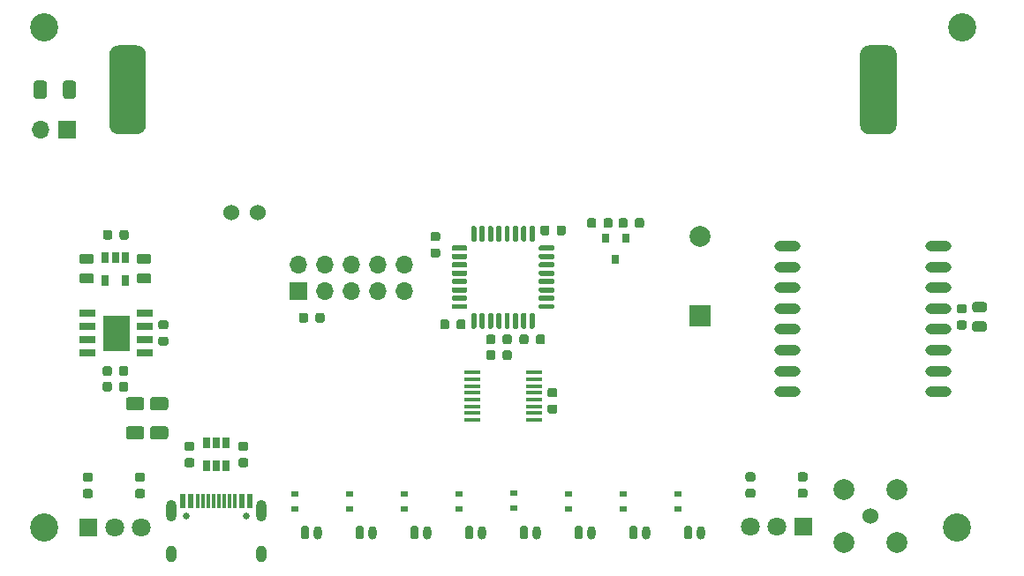
<source format=gbr>
G04 #@! TF.GenerationSoftware,KiCad,Pcbnew,5.1.8-db9833491~87~ubuntu20.04.1*
G04 #@! TF.CreationDate,2020-11-23T16:13:26+01:00*
G04 #@! TF.ProjectId,lucy,6c756379-2e6b-4696-9361-645f70636258,v1.0*
G04 #@! TF.SameCoordinates,Original*
G04 #@! TF.FileFunction,Soldermask,Top*
G04 #@! TF.FilePolarity,Negative*
%FSLAX46Y46*%
G04 Gerber Fmt 4.6, Leading zero omitted, Abs format (unit mm)*
G04 Created by KiCad (PCBNEW 5.1.8-db9833491~87~ubuntu20.04.1) date 2020-11-23 16:13:26*
%MOMM*%
%LPD*%
G01*
G04 APERTURE LIST*
%ADD10C,2.000000*%
%ADD11C,1.524000*%
%ADD12R,1.525000X0.700000*%
%ADD13R,2.513000X3.402000*%
%ADD14O,1.000000X1.600000*%
%ADD15C,0.650000*%
%ADD16O,1.000000X2.100000*%
%ADD17R,0.300000X1.450000*%
%ADD18R,0.600000X1.450000*%
%ADD19O,2.500000X1.000000*%
%ADD20C,2.700000*%
%ADD21R,2.000000X2.000000*%
%ADD22R,1.800000X1.800000*%
%ADD23C,1.800000*%
%ADD24R,0.800000X0.900000*%
%ADD25R,1.500000X0.450000*%
%ADD26R,0.650000X1.060000*%
%ADD27R,0.700000X0.600000*%
%ADD28R,1.700000X1.700000*%
%ADD29O,1.700000X1.700000*%
%ADD30O,0.800000X1.300000*%
G04 APERTURE END LIST*
D10*
X182710000Y-125470000D03*
X187790000Y-125470000D03*
X187790000Y-120390000D03*
X182710000Y-120390000D03*
D11*
X185250000Y-122930000D03*
D12*
X115602000Y-107255000D03*
X115602000Y-105985000D03*
X115602000Y-104715000D03*
X115602000Y-103445000D03*
X110178000Y-103445000D03*
X110178000Y-104715000D03*
X110178000Y-105985000D03*
X110178000Y-107255000D03*
D13*
X112890000Y-105350000D03*
D14*
X126820000Y-126550000D03*
D15*
X125390000Y-122900000D03*
D14*
X118180000Y-126550000D03*
D15*
X119610000Y-122900000D03*
D16*
X118180000Y-122370000D03*
X126820000Y-122370000D03*
D17*
X122250000Y-121455000D03*
X124250000Y-121455000D03*
X123750000Y-121455000D03*
X123250000Y-121455000D03*
X122750000Y-121455000D03*
X121750000Y-121455000D03*
X121250000Y-121455000D03*
X120750000Y-121455000D03*
D18*
X125750000Y-121455000D03*
X124950000Y-121455000D03*
X120050000Y-121455000D03*
X119250000Y-121455000D03*
X119250000Y-121455000D03*
X120050000Y-121455000D03*
X124950000Y-121455000D03*
X125750000Y-121455000D03*
G36*
G01*
X184238000Y-85381000D02*
X184238000Y-78619000D01*
G75*
G02*
X185119000Y-77738000I881000J0D01*
G01*
X186881000Y-77738000D01*
G75*
G02*
X187762000Y-78619000I0J-881000D01*
G01*
X187762000Y-85381000D01*
G75*
G02*
X186881000Y-86262000I-881000J0D01*
G01*
X185119000Y-86262000D01*
G75*
G02*
X184238000Y-85381000I0J881000D01*
G01*
G37*
G36*
G01*
X112238000Y-85381000D02*
X112238000Y-78619000D01*
G75*
G02*
X113119000Y-77738000I881000J0D01*
G01*
X114881000Y-77738000D01*
G75*
G02*
X115762000Y-78619000I0J-881000D01*
G01*
X115762000Y-85381000D01*
G75*
G02*
X114881000Y-86262000I-881000J0D01*
G01*
X113119000Y-86262000D01*
G75*
G02*
X112238000Y-85381000I0J881000D01*
G01*
G37*
D19*
X177250000Y-97000000D03*
X177250000Y-99000000D03*
X177250000Y-101000000D03*
X177250000Y-103000000D03*
X177250000Y-105000000D03*
X177250000Y-107000000D03*
X177250000Y-109000000D03*
X177250000Y-111000000D03*
X191750000Y-111000000D03*
X191750000Y-109000000D03*
X191750000Y-107000000D03*
X191750000Y-105000000D03*
X191750000Y-103000000D03*
X191750000Y-101000000D03*
X191750000Y-99000000D03*
X191750000Y-97000000D03*
G36*
G01*
X143766250Y-96530000D02*
X143253750Y-96530000D01*
G75*
G02*
X143035000Y-96311250I0J218750D01*
G01*
X143035000Y-95873750D01*
G75*
G02*
X143253750Y-95655000I218750J0D01*
G01*
X143766250Y-95655000D01*
G75*
G02*
X143985000Y-95873750I0J-218750D01*
G01*
X143985000Y-96311250D01*
G75*
G02*
X143766250Y-96530000I-218750J0D01*
G01*
G37*
G36*
G01*
X143766250Y-98105000D02*
X143253750Y-98105000D01*
G75*
G02*
X143035000Y-97886250I0J218750D01*
G01*
X143035000Y-97448750D01*
G75*
G02*
X143253750Y-97230000I218750J0D01*
G01*
X143766250Y-97230000D01*
G75*
G02*
X143985000Y-97448750I0J-218750D01*
G01*
X143985000Y-97886250D01*
G75*
G02*
X143766250Y-98105000I-218750J0D01*
G01*
G37*
G36*
G01*
X153150000Y-106216250D02*
X153150000Y-105703750D01*
G75*
G02*
X153368750Y-105485000I218750J0D01*
G01*
X153806250Y-105485000D01*
G75*
G02*
X154025000Y-105703750I0J-218750D01*
G01*
X154025000Y-106216250D01*
G75*
G02*
X153806250Y-106435000I-218750J0D01*
G01*
X153368750Y-106435000D01*
G75*
G02*
X153150000Y-106216250I0J218750D01*
G01*
G37*
G36*
G01*
X151575000Y-106216250D02*
X151575000Y-105703750D01*
G75*
G02*
X151793750Y-105485000I218750J0D01*
G01*
X152231250Y-105485000D01*
G75*
G02*
X152450000Y-105703750I0J-218750D01*
G01*
X152450000Y-106216250D01*
G75*
G02*
X152231250Y-106435000I-218750J0D01*
G01*
X151793750Y-106435000D01*
G75*
G02*
X151575000Y-106216250I0J218750D01*
G01*
G37*
G36*
G01*
X117676250Y-105000000D02*
X117163750Y-105000000D01*
G75*
G02*
X116945000Y-104781250I0J218750D01*
G01*
X116945000Y-104343750D01*
G75*
G02*
X117163750Y-104125000I218750J0D01*
G01*
X117676250Y-104125000D01*
G75*
G02*
X117895000Y-104343750I0J-218750D01*
G01*
X117895000Y-104781250D01*
G75*
G02*
X117676250Y-105000000I-218750J0D01*
G01*
G37*
G36*
G01*
X117676250Y-106575000D02*
X117163750Y-106575000D01*
G75*
G02*
X116945000Y-106356250I0J218750D01*
G01*
X116945000Y-105918750D01*
G75*
G02*
X117163750Y-105700000I218750J0D01*
G01*
X117676250Y-105700000D01*
G75*
G02*
X117895000Y-105918750I0J-218750D01*
G01*
X117895000Y-106356250D01*
G75*
G02*
X117676250Y-106575000I-218750J0D01*
G01*
G37*
G36*
G01*
X160515000Y-94533750D02*
X160515000Y-95046250D01*
G75*
G02*
X160296250Y-95265000I-218750J0D01*
G01*
X159858750Y-95265000D01*
G75*
G02*
X159640000Y-95046250I0J218750D01*
G01*
X159640000Y-94533750D01*
G75*
G02*
X159858750Y-94315000I218750J0D01*
G01*
X160296250Y-94315000D01*
G75*
G02*
X160515000Y-94533750I0J-218750D01*
G01*
G37*
G36*
G01*
X158940000Y-94533750D02*
X158940000Y-95046250D01*
G75*
G02*
X158721250Y-95265000I-218750J0D01*
G01*
X158283750Y-95265000D01*
G75*
G02*
X158065000Y-95046250I0J218750D01*
G01*
X158065000Y-94533750D01*
G75*
G02*
X158283750Y-94315000I218750J0D01*
G01*
X158721250Y-94315000D01*
G75*
G02*
X158940000Y-94533750I0J-218750D01*
G01*
G37*
G36*
G01*
X193743750Y-102562500D02*
X194256250Y-102562500D01*
G75*
G02*
X194475000Y-102781250I0J-218750D01*
G01*
X194475000Y-103218750D01*
G75*
G02*
X194256250Y-103437500I-218750J0D01*
G01*
X193743750Y-103437500D01*
G75*
G02*
X193525000Y-103218750I0J218750D01*
G01*
X193525000Y-102781250D01*
G75*
G02*
X193743750Y-102562500I218750J0D01*
G01*
G37*
G36*
G01*
X193743750Y-104137500D02*
X194256250Y-104137500D01*
G75*
G02*
X194475000Y-104356250I0J-218750D01*
G01*
X194475000Y-104793750D01*
G75*
G02*
X194256250Y-105012500I-218750J0D01*
G01*
X193743750Y-105012500D01*
G75*
G02*
X193525000Y-104793750I0J218750D01*
G01*
X193525000Y-104356250D01*
G75*
G02*
X193743750Y-104137500I218750J0D01*
G01*
G37*
G36*
G01*
X195243750Y-102362500D02*
X196156250Y-102362500D01*
G75*
G02*
X196400000Y-102606250I0J-243750D01*
G01*
X196400000Y-103093750D01*
G75*
G02*
X196156250Y-103337500I-243750J0D01*
G01*
X195243750Y-103337500D01*
G75*
G02*
X195000000Y-103093750I0J243750D01*
G01*
X195000000Y-102606250D01*
G75*
G02*
X195243750Y-102362500I243750J0D01*
G01*
G37*
G36*
G01*
X195243750Y-104237500D02*
X196156250Y-104237500D01*
G75*
G02*
X196400000Y-104481250I0J-243750D01*
G01*
X196400000Y-104968750D01*
G75*
G02*
X196156250Y-105212500I-243750J0D01*
G01*
X195243750Y-105212500D01*
G75*
G02*
X195000000Y-104968750I0J243750D01*
G01*
X195000000Y-104481250D01*
G75*
G02*
X195243750Y-104237500I243750J0D01*
G01*
G37*
D20*
X106000000Y-124000000D03*
X193500000Y-124000000D03*
X194000000Y-76000000D03*
X106000000Y-76000000D03*
D21*
X168880000Y-103670000D03*
D10*
X168880000Y-96070000D03*
G36*
G01*
X150835000Y-107213750D02*
X150835000Y-107726250D01*
G75*
G02*
X150616250Y-107945000I-218750J0D01*
G01*
X150178750Y-107945000D01*
G75*
G02*
X149960000Y-107726250I0J218750D01*
G01*
X149960000Y-107213750D01*
G75*
G02*
X150178750Y-106995000I218750J0D01*
G01*
X150616250Y-106995000D01*
G75*
G02*
X150835000Y-107213750I0J-218750D01*
G01*
G37*
G36*
G01*
X149260000Y-107213750D02*
X149260000Y-107726250D01*
G75*
G02*
X149041250Y-107945000I-218750J0D01*
G01*
X148603750Y-107945000D01*
G75*
G02*
X148385000Y-107726250I0J218750D01*
G01*
X148385000Y-107213750D01*
G75*
G02*
X148603750Y-106995000I218750J0D01*
G01*
X149041250Y-106995000D01*
G75*
G02*
X149260000Y-107213750I0J-218750D01*
G01*
G37*
G36*
G01*
X149260000Y-105703750D02*
X149260000Y-106216250D01*
G75*
G02*
X149041250Y-106435000I-218750J0D01*
G01*
X148603750Y-106435000D01*
G75*
G02*
X148385000Y-106216250I0J218750D01*
G01*
X148385000Y-105703750D01*
G75*
G02*
X148603750Y-105485000I218750J0D01*
G01*
X149041250Y-105485000D01*
G75*
G02*
X149260000Y-105703750I0J-218750D01*
G01*
G37*
G36*
G01*
X150835000Y-105703750D02*
X150835000Y-106216250D01*
G75*
G02*
X150616250Y-106435000I-218750J0D01*
G01*
X150178750Y-106435000D01*
G75*
G02*
X149960000Y-106216250I0J218750D01*
G01*
X149960000Y-105703750D01*
G75*
G02*
X150178750Y-105485000I218750J0D01*
G01*
X150616250Y-105485000D01*
G75*
G02*
X150835000Y-105703750I0J-218750D01*
G01*
G37*
G36*
G01*
X144840000Y-104253750D02*
X144840000Y-104766250D01*
G75*
G02*
X144621250Y-104985000I-218750J0D01*
G01*
X144183750Y-104985000D01*
G75*
G02*
X143965000Y-104766250I0J218750D01*
G01*
X143965000Y-104253750D01*
G75*
G02*
X144183750Y-104035000I218750J0D01*
G01*
X144621250Y-104035000D01*
G75*
G02*
X144840000Y-104253750I0J-218750D01*
G01*
G37*
G36*
G01*
X146415000Y-104253750D02*
X146415000Y-104766250D01*
G75*
G02*
X146196250Y-104985000I-218750J0D01*
G01*
X145758750Y-104985000D01*
G75*
G02*
X145540000Y-104766250I0J218750D01*
G01*
X145540000Y-104253750D01*
G75*
G02*
X145758750Y-104035000I218750J0D01*
G01*
X146196250Y-104035000D01*
G75*
G02*
X146415000Y-104253750I0J-218750D01*
G01*
G37*
G36*
G01*
X153575000Y-95756250D02*
X153575000Y-95243750D01*
G75*
G02*
X153793750Y-95025000I218750J0D01*
G01*
X154231250Y-95025000D01*
G75*
G02*
X154450000Y-95243750I0J-218750D01*
G01*
X154450000Y-95756250D01*
G75*
G02*
X154231250Y-95975000I-218750J0D01*
G01*
X153793750Y-95975000D01*
G75*
G02*
X153575000Y-95756250I0J218750D01*
G01*
G37*
G36*
G01*
X155150000Y-95756250D02*
X155150000Y-95243750D01*
G75*
G02*
X155368750Y-95025000I218750J0D01*
G01*
X155806250Y-95025000D01*
G75*
G02*
X156025000Y-95243750I0J-218750D01*
G01*
X156025000Y-95756250D01*
G75*
G02*
X155806250Y-95975000I-218750J0D01*
G01*
X155368750Y-95975000D01*
G75*
G02*
X155150000Y-95756250I0J218750D01*
G01*
G37*
G36*
G01*
X109613750Y-99620000D02*
X110526250Y-99620000D01*
G75*
G02*
X110770000Y-99863750I0J-243750D01*
G01*
X110770000Y-100351250D01*
G75*
G02*
X110526250Y-100595000I-243750J0D01*
G01*
X109613750Y-100595000D01*
G75*
G02*
X109370000Y-100351250I0J243750D01*
G01*
X109370000Y-99863750D01*
G75*
G02*
X109613750Y-99620000I243750J0D01*
G01*
G37*
G36*
G01*
X109613750Y-97745000D02*
X110526250Y-97745000D01*
G75*
G02*
X110770000Y-97988750I0J-243750D01*
G01*
X110770000Y-98476250D01*
G75*
G02*
X110526250Y-98720000I-243750J0D01*
G01*
X109613750Y-98720000D01*
G75*
G02*
X109370000Y-98476250I0J243750D01*
G01*
X109370000Y-97988750D01*
G75*
G02*
X109613750Y-97745000I243750J0D01*
G01*
G37*
G36*
G01*
X116026250Y-100595000D02*
X115113750Y-100595000D01*
G75*
G02*
X114870000Y-100351250I0J243750D01*
G01*
X114870000Y-99863750D01*
G75*
G02*
X115113750Y-99620000I243750J0D01*
G01*
X116026250Y-99620000D01*
G75*
G02*
X116270000Y-99863750I0J-243750D01*
G01*
X116270000Y-100351250D01*
G75*
G02*
X116026250Y-100595000I-243750J0D01*
G01*
G37*
G36*
G01*
X116026250Y-98720000D02*
X115113750Y-98720000D01*
G75*
G02*
X114870000Y-98476250I0J243750D01*
G01*
X114870000Y-97988750D01*
G75*
G02*
X115113750Y-97745000I243750J0D01*
G01*
X116026250Y-97745000D01*
G75*
G02*
X116270000Y-97988750I0J-243750D01*
G01*
X116270000Y-98476250D01*
G75*
G02*
X116026250Y-98720000I-243750J0D01*
G01*
G37*
D22*
X178770000Y-123940000D03*
D23*
X176230000Y-123940000D03*
X173690000Y-123940000D03*
G36*
G01*
X104995000Y-82615000D02*
X104995000Y-81365000D01*
G75*
G02*
X105245000Y-81115000I250000J0D01*
G01*
X105995000Y-81115000D01*
G75*
G02*
X106245000Y-81365000I0J-250000D01*
G01*
X106245000Y-82615000D01*
G75*
G02*
X105995000Y-82865000I-250000J0D01*
G01*
X105245000Y-82865000D01*
G75*
G02*
X104995000Y-82615000I0J250000D01*
G01*
G37*
G36*
G01*
X107795000Y-82615000D02*
X107795000Y-81365000D01*
G75*
G02*
X108045000Y-81115000I250000J0D01*
G01*
X108795000Y-81115000D01*
G75*
G02*
X109045000Y-81365000I0J-250000D01*
G01*
X109045000Y-82615000D01*
G75*
G02*
X108795000Y-82865000I-250000J0D01*
G01*
X108045000Y-82865000D01*
G75*
G02*
X107795000Y-82615000I0J250000D01*
G01*
G37*
D24*
X161748000Y-96276000D03*
X159848000Y-96276000D03*
X160798000Y-98276000D03*
G36*
G01*
X178473750Y-118715000D02*
X178986250Y-118715000D01*
G75*
G02*
X179205000Y-118933750I0J-218750D01*
G01*
X179205000Y-119371250D01*
G75*
G02*
X178986250Y-119590000I-218750J0D01*
G01*
X178473750Y-119590000D01*
G75*
G02*
X178255000Y-119371250I0J218750D01*
G01*
X178255000Y-118933750D01*
G75*
G02*
X178473750Y-118715000I218750J0D01*
G01*
G37*
G36*
G01*
X178473750Y-120290000D02*
X178986250Y-120290000D01*
G75*
G02*
X179205000Y-120508750I0J-218750D01*
G01*
X179205000Y-120946250D01*
G75*
G02*
X178986250Y-121165000I-218750J0D01*
G01*
X178473750Y-121165000D01*
G75*
G02*
X178255000Y-120946250I0J218750D01*
G01*
X178255000Y-120508750D01*
G75*
G02*
X178473750Y-120290000I218750J0D01*
G01*
G37*
G36*
G01*
X173986250Y-119590000D02*
X173473750Y-119590000D01*
G75*
G02*
X173255000Y-119371250I0J218750D01*
G01*
X173255000Y-118933750D01*
G75*
G02*
X173473750Y-118715000I218750J0D01*
G01*
X173986250Y-118715000D01*
G75*
G02*
X174205000Y-118933750I0J-218750D01*
G01*
X174205000Y-119371250D01*
G75*
G02*
X173986250Y-119590000I-218750J0D01*
G01*
G37*
G36*
G01*
X173986250Y-121165000D02*
X173473750Y-121165000D01*
G75*
G02*
X173255000Y-120946250I0J218750D01*
G01*
X173255000Y-120508750D01*
G75*
G02*
X173473750Y-120290000I218750J0D01*
G01*
X173986250Y-120290000D01*
G75*
G02*
X174205000Y-120508750I0J-218750D01*
G01*
X174205000Y-120946250D01*
G75*
G02*
X173986250Y-121165000I-218750J0D01*
G01*
G37*
G36*
G01*
X111645000Y-96176250D02*
X111645000Y-95663750D01*
G75*
G02*
X111863750Y-95445000I218750J0D01*
G01*
X112301250Y-95445000D01*
G75*
G02*
X112520000Y-95663750I0J-218750D01*
G01*
X112520000Y-96176250D01*
G75*
G02*
X112301250Y-96395000I-218750J0D01*
G01*
X111863750Y-96395000D01*
G75*
G02*
X111645000Y-96176250I0J218750D01*
G01*
G37*
G36*
G01*
X113220000Y-96176250D02*
X113220000Y-95663750D01*
G75*
G02*
X113438750Y-95445000I218750J0D01*
G01*
X113876250Y-95445000D01*
G75*
G02*
X114095000Y-95663750I0J-218750D01*
G01*
X114095000Y-96176250D01*
G75*
G02*
X113876250Y-96395000I-218750J0D01*
G01*
X113438750Y-96395000D01*
G75*
G02*
X113220000Y-96176250I0J218750D01*
G01*
G37*
D25*
X147050000Y-109125000D03*
X147050000Y-109775000D03*
X147050000Y-110425000D03*
X147050000Y-111075000D03*
X147050000Y-111725000D03*
X147050000Y-112375000D03*
X147050000Y-113025000D03*
X147050000Y-113675000D03*
X152950000Y-113675000D03*
X152950000Y-113025000D03*
X152950000Y-112375000D03*
X152950000Y-111725000D03*
X152950000Y-111075000D03*
X152950000Y-110425000D03*
X152950000Y-109775000D03*
X152950000Y-109125000D03*
G36*
G01*
X132885000Y-103623750D02*
X132885000Y-104136250D01*
G75*
G02*
X132666250Y-104355000I-218750J0D01*
G01*
X132228750Y-104355000D01*
G75*
G02*
X132010000Y-104136250I0J218750D01*
G01*
X132010000Y-103623750D01*
G75*
G02*
X132228750Y-103405000I218750J0D01*
G01*
X132666250Y-103405000D01*
G75*
G02*
X132885000Y-103623750I0J-218750D01*
G01*
G37*
G36*
G01*
X131310000Y-103623750D02*
X131310000Y-104136250D01*
G75*
G02*
X131091250Y-104355000I-218750J0D01*
G01*
X130653750Y-104355000D01*
G75*
G02*
X130435000Y-104136250I0J218750D01*
G01*
X130435000Y-103623750D01*
G75*
G02*
X130653750Y-103405000I218750J0D01*
G01*
X131091250Y-103405000D01*
G75*
G02*
X131310000Y-103623750I0J-218750D01*
G01*
G37*
D26*
X113770000Y-98100000D03*
X112820000Y-98100000D03*
X111870000Y-98100000D03*
X111870000Y-100300000D03*
X113770000Y-100300000D03*
G36*
G01*
X154473750Y-110635000D02*
X154986250Y-110635000D01*
G75*
G02*
X155205000Y-110853750I0J-218750D01*
G01*
X155205000Y-111291250D01*
G75*
G02*
X154986250Y-111510000I-218750J0D01*
G01*
X154473750Y-111510000D01*
G75*
G02*
X154255000Y-111291250I0J218750D01*
G01*
X154255000Y-110853750D01*
G75*
G02*
X154473750Y-110635000I218750J0D01*
G01*
G37*
G36*
G01*
X154473750Y-112210000D02*
X154986250Y-112210000D01*
G75*
G02*
X155205000Y-112428750I0J-218750D01*
G01*
X155205000Y-112866250D01*
G75*
G02*
X154986250Y-113085000I-218750J0D01*
G01*
X154473750Y-113085000D01*
G75*
G02*
X154255000Y-112866250I0J218750D01*
G01*
X154255000Y-112428750D01*
G75*
G02*
X154473750Y-112210000I218750J0D01*
G01*
G37*
G36*
G01*
X110436250Y-121195000D02*
X109923750Y-121195000D01*
G75*
G02*
X109705000Y-120976250I0J218750D01*
G01*
X109705000Y-120538750D01*
G75*
G02*
X109923750Y-120320000I218750J0D01*
G01*
X110436250Y-120320000D01*
G75*
G02*
X110655000Y-120538750I0J-218750D01*
G01*
X110655000Y-120976250D01*
G75*
G02*
X110436250Y-121195000I-218750J0D01*
G01*
G37*
G36*
G01*
X110436250Y-119620000D02*
X109923750Y-119620000D01*
G75*
G02*
X109705000Y-119401250I0J218750D01*
G01*
X109705000Y-118963750D01*
G75*
G02*
X109923750Y-118745000I218750J0D01*
G01*
X110436250Y-118745000D01*
G75*
G02*
X110655000Y-118963750I0J-218750D01*
G01*
X110655000Y-119401250D01*
G75*
G02*
X110436250Y-119620000I-218750J0D01*
G01*
G37*
G36*
G01*
X114923750Y-118745000D02*
X115436250Y-118745000D01*
G75*
G02*
X115655000Y-118963750I0J-218750D01*
G01*
X115655000Y-119401250D01*
G75*
G02*
X115436250Y-119620000I-218750J0D01*
G01*
X114923750Y-119620000D01*
G75*
G02*
X114705000Y-119401250I0J218750D01*
G01*
X114705000Y-118963750D01*
G75*
G02*
X114923750Y-118745000I218750J0D01*
G01*
G37*
G36*
G01*
X114923750Y-120320000D02*
X115436250Y-120320000D01*
G75*
G02*
X115655000Y-120538750I0J-218750D01*
G01*
X115655000Y-120976250D01*
G75*
G02*
X115436250Y-121195000I-218750J0D01*
G01*
X114923750Y-121195000D01*
G75*
G02*
X114705000Y-120976250I0J218750D01*
G01*
X114705000Y-120538750D01*
G75*
G02*
X114923750Y-120320000I218750J0D01*
G01*
G37*
G36*
G01*
X119663750Y-117360000D02*
X120176250Y-117360000D01*
G75*
G02*
X120395000Y-117578750I0J-218750D01*
G01*
X120395000Y-118016250D01*
G75*
G02*
X120176250Y-118235000I-218750J0D01*
G01*
X119663750Y-118235000D01*
G75*
G02*
X119445000Y-118016250I0J218750D01*
G01*
X119445000Y-117578750D01*
G75*
G02*
X119663750Y-117360000I218750J0D01*
G01*
G37*
G36*
G01*
X119663750Y-115785000D02*
X120176250Y-115785000D01*
G75*
G02*
X120395000Y-116003750I0J-218750D01*
G01*
X120395000Y-116441250D01*
G75*
G02*
X120176250Y-116660000I-218750J0D01*
G01*
X119663750Y-116660000D01*
G75*
G02*
X119445000Y-116441250I0J218750D01*
G01*
X119445000Y-116003750D01*
G75*
G02*
X119663750Y-115785000I218750J0D01*
G01*
G37*
G36*
G01*
X124833750Y-115775000D02*
X125346250Y-115775000D01*
G75*
G02*
X125565000Y-115993750I0J-218750D01*
G01*
X125565000Y-116431250D01*
G75*
G02*
X125346250Y-116650000I-218750J0D01*
G01*
X124833750Y-116650000D01*
G75*
G02*
X124615000Y-116431250I0J218750D01*
G01*
X124615000Y-115993750D01*
G75*
G02*
X124833750Y-115775000I218750J0D01*
G01*
G37*
G36*
G01*
X124833750Y-117350000D02*
X125346250Y-117350000D01*
G75*
G02*
X125565000Y-117568750I0J-218750D01*
G01*
X125565000Y-118006250D01*
G75*
G02*
X125346250Y-118225000I-218750J0D01*
G01*
X124833750Y-118225000D01*
G75*
G02*
X124615000Y-118006250I0J218750D01*
G01*
X124615000Y-117568750D01*
G75*
G02*
X124833750Y-117350000I218750J0D01*
G01*
G37*
G36*
G01*
X147325000Y-104925000D02*
X147075000Y-104925000D01*
G75*
G02*
X146950000Y-104800000I0J125000D01*
G01*
X146950000Y-103550000D01*
G75*
G02*
X147075000Y-103425000I125000J0D01*
G01*
X147325000Y-103425000D01*
G75*
G02*
X147450000Y-103550000I0J-125000D01*
G01*
X147450000Y-104800000D01*
G75*
G02*
X147325000Y-104925000I-125000J0D01*
G01*
G37*
G36*
G01*
X148125000Y-104925000D02*
X147875000Y-104925000D01*
G75*
G02*
X147750000Y-104800000I0J125000D01*
G01*
X147750000Y-103550000D01*
G75*
G02*
X147875000Y-103425000I125000J0D01*
G01*
X148125000Y-103425000D01*
G75*
G02*
X148250000Y-103550000I0J-125000D01*
G01*
X148250000Y-104800000D01*
G75*
G02*
X148125000Y-104925000I-125000J0D01*
G01*
G37*
G36*
G01*
X148925000Y-104925000D02*
X148675000Y-104925000D01*
G75*
G02*
X148550000Y-104800000I0J125000D01*
G01*
X148550000Y-103550000D01*
G75*
G02*
X148675000Y-103425000I125000J0D01*
G01*
X148925000Y-103425000D01*
G75*
G02*
X149050000Y-103550000I0J-125000D01*
G01*
X149050000Y-104800000D01*
G75*
G02*
X148925000Y-104925000I-125000J0D01*
G01*
G37*
G36*
G01*
X149725000Y-104925000D02*
X149475000Y-104925000D01*
G75*
G02*
X149350000Y-104800000I0J125000D01*
G01*
X149350000Y-103550000D01*
G75*
G02*
X149475000Y-103425000I125000J0D01*
G01*
X149725000Y-103425000D01*
G75*
G02*
X149850000Y-103550000I0J-125000D01*
G01*
X149850000Y-104800000D01*
G75*
G02*
X149725000Y-104925000I-125000J0D01*
G01*
G37*
G36*
G01*
X150525000Y-104925000D02*
X150275000Y-104925000D01*
G75*
G02*
X150150000Y-104800000I0J125000D01*
G01*
X150150000Y-103550000D01*
G75*
G02*
X150275000Y-103425000I125000J0D01*
G01*
X150525000Y-103425000D01*
G75*
G02*
X150650000Y-103550000I0J-125000D01*
G01*
X150650000Y-104800000D01*
G75*
G02*
X150525000Y-104925000I-125000J0D01*
G01*
G37*
G36*
G01*
X151325000Y-104925000D02*
X151075000Y-104925000D01*
G75*
G02*
X150950000Y-104800000I0J125000D01*
G01*
X150950000Y-103550000D01*
G75*
G02*
X151075000Y-103425000I125000J0D01*
G01*
X151325000Y-103425000D01*
G75*
G02*
X151450000Y-103550000I0J-125000D01*
G01*
X151450000Y-104800000D01*
G75*
G02*
X151325000Y-104925000I-125000J0D01*
G01*
G37*
G36*
G01*
X152125000Y-104925000D02*
X151875000Y-104925000D01*
G75*
G02*
X151750000Y-104800000I0J125000D01*
G01*
X151750000Y-103550000D01*
G75*
G02*
X151875000Y-103425000I125000J0D01*
G01*
X152125000Y-103425000D01*
G75*
G02*
X152250000Y-103550000I0J-125000D01*
G01*
X152250000Y-104800000D01*
G75*
G02*
X152125000Y-104925000I-125000J0D01*
G01*
G37*
G36*
G01*
X152925000Y-104925000D02*
X152675000Y-104925000D01*
G75*
G02*
X152550000Y-104800000I0J125000D01*
G01*
X152550000Y-103550000D01*
G75*
G02*
X152675000Y-103425000I125000J0D01*
G01*
X152925000Y-103425000D01*
G75*
G02*
X153050000Y-103550000I0J-125000D01*
G01*
X153050000Y-104800000D01*
G75*
G02*
X152925000Y-104925000I-125000J0D01*
G01*
G37*
G36*
G01*
X154800000Y-103050000D02*
X153550000Y-103050000D01*
G75*
G02*
X153425000Y-102925000I0J125000D01*
G01*
X153425000Y-102675000D01*
G75*
G02*
X153550000Y-102550000I125000J0D01*
G01*
X154800000Y-102550000D01*
G75*
G02*
X154925000Y-102675000I0J-125000D01*
G01*
X154925000Y-102925000D01*
G75*
G02*
X154800000Y-103050000I-125000J0D01*
G01*
G37*
G36*
G01*
X154800000Y-102250000D02*
X153550000Y-102250000D01*
G75*
G02*
X153425000Y-102125000I0J125000D01*
G01*
X153425000Y-101875000D01*
G75*
G02*
X153550000Y-101750000I125000J0D01*
G01*
X154800000Y-101750000D01*
G75*
G02*
X154925000Y-101875000I0J-125000D01*
G01*
X154925000Y-102125000D01*
G75*
G02*
X154800000Y-102250000I-125000J0D01*
G01*
G37*
G36*
G01*
X154800000Y-101450000D02*
X153550000Y-101450000D01*
G75*
G02*
X153425000Y-101325000I0J125000D01*
G01*
X153425000Y-101075000D01*
G75*
G02*
X153550000Y-100950000I125000J0D01*
G01*
X154800000Y-100950000D01*
G75*
G02*
X154925000Y-101075000I0J-125000D01*
G01*
X154925000Y-101325000D01*
G75*
G02*
X154800000Y-101450000I-125000J0D01*
G01*
G37*
G36*
G01*
X154800000Y-100650000D02*
X153550000Y-100650000D01*
G75*
G02*
X153425000Y-100525000I0J125000D01*
G01*
X153425000Y-100275000D01*
G75*
G02*
X153550000Y-100150000I125000J0D01*
G01*
X154800000Y-100150000D01*
G75*
G02*
X154925000Y-100275000I0J-125000D01*
G01*
X154925000Y-100525000D01*
G75*
G02*
X154800000Y-100650000I-125000J0D01*
G01*
G37*
G36*
G01*
X154800000Y-99850000D02*
X153550000Y-99850000D01*
G75*
G02*
X153425000Y-99725000I0J125000D01*
G01*
X153425000Y-99475000D01*
G75*
G02*
X153550000Y-99350000I125000J0D01*
G01*
X154800000Y-99350000D01*
G75*
G02*
X154925000Y-99475000I0J-125000D01*
G01*
X154925000Y-99725000D01*
G75*
G02*
X154800000Y-99850000I-125000J0D01*
G01*
G37*
G36*
G01*
X154800000Y-99050000D02*
X153550000Y-99050000D01*
G75*
G02*
X153425000Y-98925000I0J125000D01*
G01*
X153425000Y-98675000D01*
G75*
G02*
X153550000Y-98550000I125000J0D01*
G01*
X154800000Y-98550000D01*
G75*
G02*
X154925000Y-98675000I0J-125000D01*
G01*
X154925000Y-98925000D01*
G75*
G02*
X154800000Y-99050000I-125000J0D01*
G01*
G37*
G36*
G01*
X154800000Y-98250000D02*
X153550000Y-98250000D01*
G75*
G02*
X153425000Y-98125000I0J125000D01*
G01*
X153425000Y-97875000D01*
G75*
G02*
X153550000Y-97750000I125000J0D01*
G01*
X154800000Y-97750000D01*
G75*
G02*
X154925000Y-97875000I0J-125000D01*
G01*
X154925000Y-98125000D01*
G75*
G02*
X154800000Y-98250000I-125000J0D01*
G01*
G37*
G36*
G01*
X154800000Y-97450000D02*
X153550000Y-97450000D01*
G75*
G02*
X153425000Y-97325000I0J125000D01*
G01*
X153425000Y-97075000D01*
G75*
G02*
X153550000Y-96950000I125000J0D01*
G01*
X154800000Y-96950000D01*
G75*
G02*
X154925000Y-97075000I0J-125000D01*
G01*
X154925000Y-97325000D01*
G75*
G02*
X154800000Y-97450000I-125000J0D01*
G01*
G37*
G36*
G01*
X152925000Y-96575000D02*
X152675000Y-96575000D01*
G75*
G02*
X152550000Y-96450000I0J125000D01*
G01*
X152550000Y-95200000D01*
G75*
G02*
X152675000Y-95075000I125000J0D01*
G01*
X152925000Y-95075000D01*
G75*
G02*
X153050000Y-95200000I0J-125000D01*
G01*
X153050000Y-96450000D01*
G75*
G02*
X152925000Y-96575000I-125000J0D01*
G01*
G37*
G36*
G01*
X152125000Y-96575000D02*
X151875000Y-96575000D01*
G75*
G02*
X151750000Y-96450000I0J125000D01*
G01*
X151750000Y-95200000D01*
G75*
G02*
X151875000Y-95075000I125000J0D01*
G01*
X152125000Y-95075000D01*
G75*
G02*
X152250000Y-95200000I0J-125000D01*
G01*
X152250000Y-96450000D01*
G75*
G02*
X152125000Y-96575000I-125000J0D01*
G01*
G37*
G36*
G01*
X151325000Y-96575000D02*
X151075000Y-96575000D01*
G75*
G02*
X150950000Y-96450000I0J125000D01*
G01*
X150950000Y-95200000D01*
G75*
G02*
X151075000Y-95075000I125000J0D01*
G01*
X151325000Y-95075000D01*
G75*
G02*
X151450000Y-95200000I0J-125000D01*
G01*
X151450000Y-96450000D01*
G75*
G02*
X151325000Y-96575000I-125000J0D01*
G01*
G37*
G36*
G01*
X150525000Y-96575000D02*
X150275000Y-96575000D01*
G75*
G02*
X150150000Y-96450000I0J125000D01*
G01*
X150150000Y-95200000D01*
G75*
G02*
X150275000Y-95075000I125000J0D01*
G01*
X150525000Y-95075000D01*
G75*
G02*
X150650000Y-95200000I0J-125000D01*
G01*
X150650000Y-96450000D01*
G75*
G02*
X150525000Y-96575000I-125000J0D01*
G01*
G37*
G36*
G01*
X149725000Y-96575000D02*
X149475000Y-96575000D01*
G75*
G02*
X149350000Y-96450000I0J125000D01*
G01*
X149350000Y-95200000D01*
G75*
G02*
X149475000Y-95075000I125000J0D01*
G01*
X149725000Y-95075000D01*
G75*
G02*
X149850000Y-95200000I0J-125000D01*
G01*
X149850000Y-96450000D01*
G75*
G02*
X149725000Y-96575000I-125000J0D01*
G01*
G37*
G36*
G01*
X148925000Y-96575000D02*
X148675000Y-96575000D01*
G75*
G02*
X148550000Y-96450000I0J125000D01*
G01*
X148550000Y-95200000D01*
G75*
G02*
X148675000Y-95075000I125000J0D01*
G01*
X148925000Y-95075000D01*
G75*
G02*
X149050000Y-95200000I0J-125000D01*
G01*
X149050000Y-96450000D01*
G75*
G02*
X148925000Y-96575000I-125000J0D01*
G01*
G37*
G36*
G01*
X148125000Y-96575000D02*
X147875000Y-96575000D01*
G75*
G02*
X147750000Y-96450000I0J125000D01*
G01*
X147750000Y-95200000D01*
G75*
G02*
X147875000Y-95075000I125000J0D01*
G01*
X148125000Y-95075000D01*
G75*
G02*
X148250000Y-95200000I0J-125000D01*
G01*
X148250000Y-96450000D01*
G75*
G02*
X148125000Y-96575000I-125000J0D01*
G01*
G37*
G36*
G01*
X147325000Y-96575000D02*
X147075000Y-96575000D01*
G75*
G02*
X146950000Y-96450000I0J125000D01*
G01*
X146950000Y-95200000D01*
G75*
G02*
X147075000Y-95075000I125000J0D01*
G01*
X147325000Y-95075000D01*
G75*
G02*
X147450000Y-95200000I0J-125000D01*
G01*
X147450000Y-96450000D01*
G75*
G02*
X147325000Y-96575000I-125000J0D01*
G01*
G37*
G36*
G01*
X146450000Y-97450000D02*
X145200000Y-97450000D01*
G75*
G02*
X145075000Y-97325000I0J125000D01*
G01*
X145075000Y-97075000D01*
G75*
G02*
X145200000Y-96950000I125000J0D01*
G01*
X146450000Y-96950000D01*
G75*
G02*
X146575000Y-97075000I0J-125000D01*
G01*
X146575000Y-97325000D01*
G75*
G02*
X146450000Y-97450000I-125000J0D01*
G01*
G37*
G36*
G01*
X146450000Y-98250000D02*
X145200000Y-98250000D01*
G75*
G02*
X145075000Y-98125000I0J125000D01*
G01*
X145075000Y-97875000D01*
G75*
G02*
X145200000Y-97750000I125000J0D01*
G01*
X146450000Y-97750000D01*
G75*
G02*
X146575000Y-97875000I0J-125000D01*
G01*
X146575000Y-98125000D01*
G75*
G02*
X146450000Y-98250000I-125000J0D01*
G01*
G37*
G36*
G01*
X146450000Y-99050000D02*
X145200000Y-99050000D01*
G75*
G02*
X145075000Y-98925000I0J125000D01*
G01*
X145075000Y-98675000D01*
G75*
G02*
X145200000Y-98550000I125000J0D01*
G01*
X146450000Y-98550000D01*
G75*
G02*
X146575000Y-98675000I0J-125000D01*
G01*
X146575000Y-98925000D01*
G75*
G02*
X146450000Y-99050000I-125000J0D01*
G01*
G37*
G36*
G01*
X146450000Y-99850000D02*
X145200000Y-99850000D01*
G75*
G02*
X145075000Y-99725000I0J125000D01*
G01*
X145075000Y-99475000D01*
G75*
G02*
X145200000Y-99350000I125000J0D01*
G01*
X146450000Y-99350000D01*
G75*
G02*
X146575000Y-99475000I0J-125000D01*
G01*
X146575000Y-99725000D01*
G75*
G02*
X146450000Y-99850000I-125000J0D01*
G01*
G37*
G36*
G01*
X146450000Y-100650000D02*
X145200000Y-100650000D01*
G75*
G02*
X145075000Y-100525000I0J125000D01*
G01*
X145075000Y-100275000D01*
G75*
G02*
X145200000Y-100150000I125000J0D01*
G01*
X146450000Y-100150000D01*
G75*
G02*
X146575000Y-100275000I0J-125000D01*
G01*
X146575000Y-100525000D01*
G75*
G02*
X146450000Y-100650000I-125000J0D01*
G01*
G37*
G36*
G01*
X146450000Y-101450000D02*
X145200000Y-101450000D01*
G75*
G02*
X145075000Y-101325000I0J125000D01*
G01*
X145075000Y-101075000D01*
G75*
G02*
X145200000Y-100950000I125000J0D01*
G01*
X146450000Y-100950000D01*
G75*
G02*
X146575000Y-101075000I0J-125000D01*
G01*
X146575000Y-101325000D01*
G75*
G02*
X146450000Y-101450000I-125000J0D01*
G01*
G37*
G36*
G01*
X146450000Y-102250000D02*
X145200000Y-102250000D01*
G75*
G02*
X145075000Y-102125000I0J125000D01*
G01*
X145075000Y-101875000D01*
G75*
G02*
X145200000Y-101750000I125000J0D01*
G01*
X146450000Y-101750000D01*
G75*
G02*
X146575000Y-101875000I0J-125000D01*
G01*
X146575000Y-102125000D01*
G75*
G02*
X146450000Y-102250000I-125000J0D01*
G01*
G37*
G36*
G01*
X146450000Y-103050000D02*
X145200000Y-103050000D01*
G75*
G02*
X145075000Y-102925000I0J125000D01*
G01*
X145075000Y-102675000D01*
G75*
G02*
X145200000Y-102550000I125000J0D01*
G01*
X146450000Y-102550000D01*
G75*
G02*
X146575000Y-102675000I0J-125000D01*
G01*
X146575000Y-102925000D01*
G75*
G02*
X146450000Y-103050000I-125000J0D01*
G01*
G37*
X122500000Y-118100000D03*
X123450000Y-118100000D03*
X121550000Y-118100000D03*
X121550000Y-115900000D03*
X122500000Y-115900000D03*
X123450000Y-115900000D03*
D22*
X110180000Y-123970000D03*
D23*
X112720000Y-123970000D03*
X115260000Y-123970000D03*
G36*
G01*
X114055000Y-110243750D02*
X114055000Y-110756250D01*
G75*
G02*
X113836250Y-110975000I-218750J0D01*
G01*
X113398750Y-110975000D01*
G75*
G02*
X113180000Y-110756250I0J218750D01*
G01*
X113180000Y-110243750D01*
G75*
G02*
X113398750Y-110025000I218750J0D01*
G01*
X113836250Y-110025000D01*
G75*
G02*
X114055000Y-110243750I0J-218750D01*
G01*
G37*
G36*
G01*
X112480000Y-110243750D02*
X112480000Y-110756250D01*
G75*
G02*
X112261250Y-110975000I-218750J0D01*
G01*
X111823750Y-110975000D01*
G75*
G02*
X111605000Y-110756250I0J218750D01*
G01*
X111605000Y-110243750D01*
G75*
G02*
X111823750Y-110025000I218750J0D01*
G01*
X112261250Y-110025000D01*
G75*
G02*
X112480000Y-110243750I0J-218750D01*
G01*
G37*
G36*
G01*
X112480000Y-108733750D02*
X112480000Y-109246250D01*
G75*
G02*
X112261250Y-109465000I-218750J0D01*
G01*
X111823750Y-109465000D01*
G75*
G02*
X111605000Y-109246250I0J218750D01*
G01*
X111605000Y-108733750D01*
G75*
G02*
X111823750Y-108515000I218750J0D01*
G01*
X112261250Y-108515000D01*
G75*
G02*
X112480000Y-108733750I0J-218750D01*
G01*
G37*
G36*
G01*
X114055000Y-108733750D02*
X114055000Y-109246250D01*
G75*
G02*
X113836250Y-109465000I-218750J0D01*
G01*
X113398750Y-109465000D01*
G75*
G02*
X113180000Y-109246250I0J218750D01*
G01*
X113180000Y-108733750D01*
G75*
G02*
X113398750Y-108515000I218750J0D01*
G01*
X113836250Y-108515000D01*
G75*
G02*
X114055000Y-108733750I0J-218750D01*
G01*
G37*
G36*
G01*
X114085000Y-111505000D02*
X115335000Y-111505000D01*
G75*
G02*
X115585000Y-111755000I0J-250000D01*
G01*
X115585000Y-112505000D01*
G75*
G02*
X115335000Y-112755000I-250000J0D01*
G01*
X114085000Y-112755000D01*
G75*
G02*
X113835000Y-112505000I0J250000D01*
G01*
X113835000Y-111755000D01*
G75*
G02*
X114085000Y-111505000I250000J0D01*
G01*
G37*
G36*
G01*
X114085000Y-114305000D02*
X115335000Y-114305000D01*
G75*
G02*
X115585000Y-114555000I0J-250000D01*
G01*
X115585000Y-115305000D01*
G75*
G02*
X115335000Y-115555000I-250000J0D01*
G01*
X114085000Y-115555000D01*
G75*
G02*
X113835000Y-115305000I0J250000D01*
G01*
X113835000Y-114555000D01*
G75*
G02*
X114085000Y-114305000I250000J0D01*
G01*
G37*
D27*
X130000000Y-122200000D03*
X130000000Y-120800000D03*
X135250000Y-120800000D03*
X135250000Y-122200000D03*
X140500000Y-122200000D03*
X140500000Y-120800000D03*
X145750000Y-120800000D03*
X145750000Y-122200000D03*
X151000000Y-120750000D03*
X151000000Y-122150000D03*
X156250000Y-122200000D03*
X156250000Y-120800000D03*
X161500000Y-120800000D03*
X161500000Y-122200000D03*
X166750000Y-122200000D03*
X166750000Y-120800000D03*
D28*
X108180000Y-85860000D03*
D29*
X105640000Y-85860000D03*
G36*
G01*
X161075000Y-95046250D02*
X161075000Y-94533750D01*
G75*
G02*
X161293750Y-94315000I218750J0D01*
G01*
X161731250Y-94315000D01*
G75*
G02*
X161950000Y-94533750I0J-218750D01*
G01*
X161950000Y-95046250D01*
G75*
G02*
X161731250Y-95265000I-218750J0D01*
G01*
X161293750Y-95265000D01*
G75*
G02*
X161075000Y-95046250I0J218750D01*
G01*
G37*
G36*
G01*
X162650000Y-95046250D02*
X162650000Y-94533750D01*
G75*
G02*
X162868750Y-94315000I218750J0D01*
G01*
X163306250Y-94315000D01*
G75*
G02*
X163525000Y-94533750I0J-218750D01*
G01*
X163525000Y-95046250D01*
G75*
G02*
X163306250Y-95265000I-218750J0D01*
G01*
X162868750Y-95265000D01*
G75*
G02*
X162650000Y-95046250I0J218750D01*
G01*
G37*
G36*
G01*
X116385000Y-111505000D02*
X117635000Y-111505000D01*
G75*
G02*
X117885000Y-111755000I0J-250000D01*
G01*
X117885000Y-112505000D01*
G75*
G02*
X117635000Y-112755000I-250000J0D01*
G01*
X116385000Y-112755000D01*
G75*
G02*
X116135000Y-112505000I0J250000D01*
G01*
X116135000Y-111755000D01*
G75*
G02*
X116385000Y-111505000I250000J0D01*
G01*
G37*
G36*
G01*
X116385000Y-114305000D02*
X117635000Y-114305000D01*
G75*
G02*
X117885000Y-114555000I0J-250000D01*
G01*
X117885000Y-115305000D01*
G75*
G02*
X117635000Y-115555000I-250000J0D01*
G01*
X116385000Y-115555000D01*
G75*
G02*
X116135000Y-115305000I0J250000D01*
G01*
X116135000Y-114555000D01*
G75*
G02*
X116385000Y-114305000I250000J0D01*
G01*
G37*
D30*
X132250000Y-124500000D03*
G36*
G01*
X130600000Y-124950000D02*
X130600000Y-124050000D01*
G75*
G02*
X130800000Y-123850000I200000J0D01*
G01*
X131200000Y-123850000D01*
G75*
G02*
X131400000Y-124050000I0J-200000D01*
G01*
X131400000Y-124950000D01*
G75*
G02*
X131200000Y-125150000I-200000J0D01*
G01*
X130800000Y-125150000D01*
G75*
G02*
X130600000Y-124950000I0J200000D01*
G01*
G37*
D28*
X130360000Y-101290000D03*
D29*
X130360000Y-98750000D03*
X132900000Y-101290000D03*
X132900000Y-98750000D03*
X135440000Y-101290000D03*
X135440000Y-98750000D03*
X137980000Y-101290000D03*
X137980000Y-98750000D03*
X140520000Y-101290000D03*
X140520000Y-98750000D03*
G36*
G01*
X135850000Y-124950000D02*
X135850000Y-124050000D01*
G75*
G02*
X136050000Y-123850000I200000J0D01*
G01*
X136450000Y-123850000D01*
G75*
G02*
X136650000Y-124050000I0J-200000D01*
G01*
X136650000Y-124950000D01*
G75*
G02*
X136450000Y-125150000I-200000J0D01*
G01*
X136050000Y-125150000D01*
G75*
G02*
X135850000Y-124950000I0J200000D01*
G01*
G37*
D30*
X137500000Y-124500000D03*
X142750000Y-124500000D03*
G36*
G01*
X141100000Y-124950000D02*
X141100000Y-124050000D01*
G75*
G02*
X141300000Y-123850000I200000J0D01*
G01*
X141700000Y-123850000D01*
G75*
G02*
X141900000Y-124050000I0J-200000D01*
G01*
X141900000Y-124950000D01*
G75*
G02*
X141700000Y-125150000I-200000J0D01*
G01*
X141300000Y-125150000D01*
G75*
G02*
X141100000Y-124950000I0J200000D01*
G01*
G37*
G36*
G01*
X146350000Y-124950000D02*
X146350000Y-124050000D01*
G75*
G02*
X146550000Y-123850000I200000J0D01*
G01*
X146950000Y-123850000D01*
G75*
G02*
X147150000Y-124050000I0J-200000D01*
G01*
X147150000Y-124950000D01*
G75*
G02*
X146950000Y-125150000I-200000J0D01*
G01*
X146550000Y-125150000D01*
G75*
G02*
X146350000Y-124950000I0J200000D01*
G01*
G37*
X148000000Y-124500000D03*
G36*
G01*
X151600000Y-124950000D02*
X151600000Y-124050000D01*
G75*
G02*
X151800000Y-123850000I200000J0D01*
G01*
X152200000Y-123850000D01*
G75*
G02*
X152400000Y-124050000I0J-200000D01*
G01*
X152400000Y-124950000D01*
G75*
G02*
X152200000Y-125150000I-200000J0D01*
G01*
X151800000Y-125150000D01*
G75*
G02*
X151600000Y-124950000I0J200000D01*
G01*
G37*
X153250000Y-124500000D03*
X158500000Y-124500000D03*
G36*
G01*
X156850000Y-124950000D02*
X156850000Y-124050000D01*
G75*
G02*
X157050000Y-123850000I200000J0D01*
G01*
X157450000Y-123850000D01*
G75*
G02*
X157650000Y-124050000I0J-200000D01*
G01*
X157650000Y-124950000D01*
G75*
G02*
X157450000Y-125150000I-200000J0D01*
G01*
X157050000Y-125150000D01*
G75*
G02*
X156850000Y-124950000I0J200000D01*
G01*
G37*
G36*
G01*
X162100000Y-124950000D02*
X162100000Y-124050000D01*
G75*
G02*
X162300000Y-123850000I200000J0D01*
G01*
X162700000Y-123850000D01*
G75*
G02*
X162900000Y-124050000I0J-200000D01*
G01*
X162900000Y-124950000D01*
G75*
G02*
X162700000Y-125150000I-200000J0D01*
G01*
X162300000Y-125150000D01*
G75*
G02*
X162100000Y-124950000I0J200000D01*
G01*
G37*
X163750000Y-124500000D03*
X169000000Y-124500000D03*
G36*
G01*
X167350000Y-124950000D02*
X167350000Y-124050000D01*
G75*
G02*
X167550000Y-123850000I200000J0D01*
G01*
X167950000Y-123850000D01*
G75*
G02*
X168150000Y-124050000I0J-200000D01*
G01*
X168150000Y-124950000D01*
G75*
G02*
X167950000Y-125150000I-200000J0D01*
G01*
X167550000Y-125150000D01*
G75*
G02*
X167350000Y-124950000I0J200000D01*
G01*
G37*
D11*
X126510000Y-93790000D03*
X123970000Y-93790000D03*
M02*

</source>
